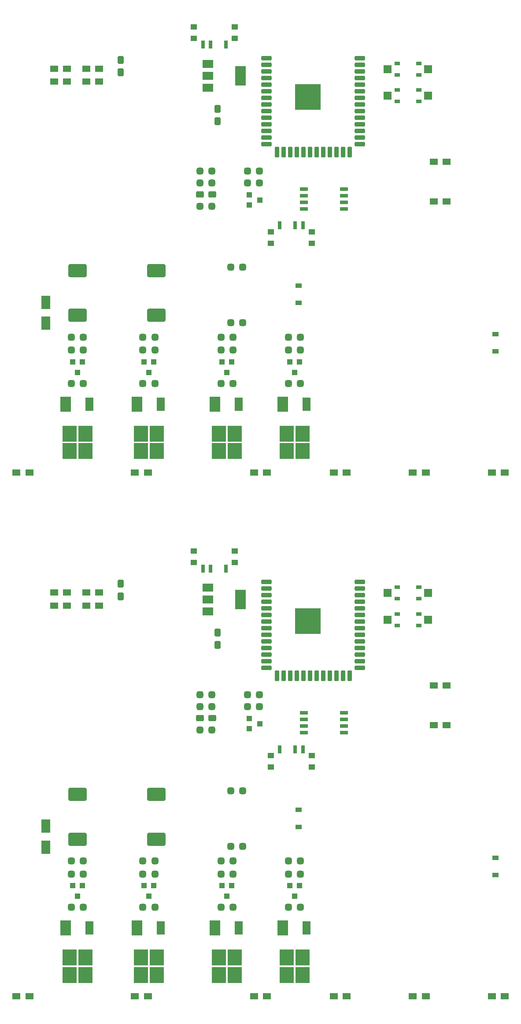
<source format=gbr>
%TF.GenerationSoftware,KiCad,Pcbnew,8.0.4*%
%TF.CreationDate,2024-11-04T15:16:16+09:00*%
%TF.ProjectId,L-CON V3.0,4c2d434f-4e20-4563-932e-302e6b696361,rev?*%
%TF.SameCoordinates,Original*%
%TF.FileFunction,Paste,Top*%
%TF.FilePolarity,Positive*%
%FSLAX46Y46*%
G04 Gerber Fmt 4.6, Leading zero omitted, Abs format (unit mm)*
G04 Created by KiCad (PCBNEW 8.0.4) date 2024-11-04 15:16:16*
%MOMM*%
%LPD*%
G01*
G04 APERTURE LIST*
G04 Aperture macros list*
%AMRoundRect*
0 Rectangle with rounded corners*
0 $1 Rounding radius*
0 $2 $3 $4 $5 $6 $7 $8 $9 X,Y pos of 4 corners*
0 Add a 4 corners polygon primitive as box body*
4,1,4,$2,$3,$4,$5,$6,$7,$8,$9,$2,$3,0*
0 Add four circle primitives for the rounded corners*
1,1,$1+$1,$2,$3*
1,1,$1+$1,$4,$5*
1,1,$1+$1,$6,$7*
1,1,$1+$1,$8,$9*
0 Add four rect primitives between the rounded corners*
20,1,$1+$1,$2,$3,$4,$5,0*
20,1,$1+$1,$4,$5,$6,$7,0*
20,1,$1+$1,$6,$7,$8,$9,0*
20,1,$1+$1,$8,$9,$2,$3,0*%
G04 Aperture macros list end*
%ADD10R,1.500000X1.250000*%
%ADD11RoundRect,0.325000X-0.325000X-0.325000X0.325000X-0.325000X0.325000X0.325000X-0.325000X0.325000X0*%
%ADD12R,1.000000X1.100000*%
%ADD13RoundRect,0.325000X0.325000X0.325000X-0.325000X0.325000X-0.325000X-0.325000X0.325000X-0.325000X0*%
%ADD14RoundRect,0.300000X-1.450000X-0.950000X1.450000X-0.950000X1.450000X0.950000X-1.450000X0.950000X0*%
%ADD15RoundRect,0.190000X0.610000X0.190000X-0.610000X0.190000X-0.610000X-0.190000X0.610000X-0.190000X0*%
%ADD16R,1.800000X2.500000*%
%ADD17R,5.000000X5.000000*%
%ADD18RoundRect,0.225000X-0.775000X-0.225000X0.775000X-0.225000X0.775000X0.225000X-0.775000X0.225000X0*%
%ADD19RoundRect,0.225000X0.225000X-0.775000X0.225000X0.775000X-0.225000X0.775000X-0.225000X-0.775000X0*%
%ADD20RoundRect,0.312500X-0.312500X0.437500X-0.312500X-0.437500X0.312500X-0.437500X0.312500X0.437500X0*%
%ADD21R,2.000000X3.000000*%
%ADD22R,1.500000X2.500000*%
%ADD23R,2.750000X3.050000*%
%ADD24RoundRect,0.312500X0.312500X-0.437500X0.312500X0.437500X-0.312500X0.437500X-0.312500X-0.437500X0*%
%ADD25R,2.000000X3.800000*%
%ADD26R,2.000000X1.500000*%
%ADD27R,1.200000X1.000000*%
%ADD28R,0.800000X1.600000*%
%ADD29R,1.100000X0.700000*%
%ADD30RoundRect,0.312500X-0.437500X-0.312500X0.437500X-0.312500X0.437500X0.312500X-0.437500X0.312500X0*%
%ADD31R,1.200000X0.900000*%
%ADD32R,1.500000X1.500000*%
%ADD33R,1.100000X1.000000*%
G04 APERTURE END LIST*
D10*
%TO.C,D22*%
X137925000Y-229350000D03*
X140425000Y-229350000D03*
%TD*%
%TO.C,D6*%
X77670000Y-151775000D03*
X75170000Y-151775000D03*
%TD*%
D11*
%TO.C,R24*%
X105255000Y-189910000D03*
X102955000Y-189910000D03*
%TD*%
D12*
%TO.C,Q8*%
X102202500Y-210080000D03*
X101252500Y-208080000D03*
X103152500Y-208080000D03*
%TD*%
D13*
%TO.C,R8*%
X72325000Y-203330000D03*
X74625000Y-203330000D03*
%TD*%
D11*
%TO.C,R14*%
X88352500Y-212250000D03*
X86052500Y-212250000D03*
%TD*%
D14*
%TO.C,MO3*%
X88615000Y-199145000D03*
X88615000Y-190555000D03*
X73485000Y-199145000D03*
X73515000Y-190575000D03*
%TD*%
D15*
%TO.C,SW7*%
X117029000Y-178673000D03*
X117029000Y-177403000D03*
X117029000Y-176133000D03*
X117029000Y-174863000D03*
X124729000Y-174863000D03*
X124729000Y-176133000D03*
X124729000Y-177403000D03*
X124729000Y-178673000D03*
%TD*%
D16*
%TO.C,D5*%
X67415000Y-196670000D03*
X67415000Y-200670000D03*
%TD*%
D10*
%TO.C,D2*%
X61725000Y-229350000D03*
X64225000Y-229350000D03*
%TD*%
D17*
%TO.C,U2*%
X117795000Y-157235000D03*
D18*
X127785000Y-149730000D03*
X127785000Y-151000000D03*
X127785000Y-152270000D03*
X127785000Y-153540000D03*
X127785000Y-154810000D03*
X127785000Y-156080000D03*
X127785000Y-157350000D03*
X127785000Y-158620000D03*
X127785000Y-159890000D03*
X127785000Y-161160000D03*
X127785000Y-162430000D03*
X127785000Y-163700000D03*
X127785000Y-164970000D03*
X127785000Y-166240000D03*
D19*
X125775000Y-167750000D03*
X124505000Y-167750000D03*
X123240000Y-167750000D03*
X121965000Y-167750000D03*
X120695000Y-167750000D03*
X119425000Y-167750000D03*
X118155000Y-167750000D03*
X116895000Y-167750000D03*
X115625000Y-167750000D03*
X114355000Y-167750000D03*
X113080000Y-167750000D03*
X111805000Y-167750000D03*
D18*
X109795000Y-166230000D03*
X109795000Y-164960000D03*
X109795000Y-163690000D03*
X109795000Y-162420000D03*
X109795000Y-161150000D03*
X109795000Y-159880000D03*
X109795000Y-158610000D03*
X109795000Y-157340000D03*
X109795000Y-156070000D03*
X109795000Y-154800000D03*
X109795000Y-153530000D03*
X109795000Y-152260000D03*
X109795000Y-150990000D03*
X109795000Y-149720000D03*
%TD*%
D11*
%TO.C,R21*%
X116370000Y-212250000D03*
X114070000Y-212250000D03*
%TD*%
D10*
%TO.C,D10*%
X107425000Y-229350000D03*
X109925000Y-229350000D03*
%TD*%
D13*
%TO.C,R16*%
X101052500Y-203330000D03*
X103352500Y-203330000D03*
%TD*%
D20*
%TO.C,C3*%
X81825000Y-152500000D03*
X81825000Y-150100000D03*
%TD*%
D13*
%TO.C,R7*%
X72325000Y-205830000D03*
X74625000Y-205830000D03*
%TD*%
D12*
%TO.C,Q3*%
X73475000Y-210080000D03*
X72525000Y-208080000D03*
X74425000Y-208080000D03*
%TD*%
D10*
%TO.C,D1*%
X77670000Y-154275000D03*
X75170000Y-154275000D03*
%TD*%
D21*
%TO.C,Q1*%
X71200000Y-216243000D03*
D22*
X75766000Y-216243000D03*
D23*
X71955000Y-225225000D03*
X75005000Y-225225000D03*
X71955000Y-221875000D03*
X75005000Y-221875000D03*
%TD*%
D24*
%TO.C,C12*%
X100435000Y-159450000D03*
X100435000Y-161850000D03*
%TD*%
D12*
%TO.C,Q5*%
X87202500Y-210080000D03*
X86252500Y-208080000D03*
X88152500Y-208080000D03*
%TD*%
D21*
%TO.C,Q6*%
X84927500Y-216243000D03*
D22*
X89493500Y-216243000D03*
D23*
X85682500Y-225225000D03*
X88732500Y-225225000D03*
X85682500Y-221875000D03*
X88732500Y-221875000D03*
%TD*%
D10*
%TO.C,D20*%
X71500000Y-154275000D03*
X69000000Y-154275000D03*
%TD*%
D13*
%TO.C,R9*%
X86052500Y-203330000D03*
X88352500Y-203330000D03*
%TD*%
D25*
%TO.C,U1*%
X104825000Y-153150000D03*
D26*
X98525000Y-155450000D03*
X98525000Y-153150000D03*
X98525000Y-150850000D03*
%TD*%
D13*
%TO.C,R33*%
X106155000Y-173690000D03*
X108455000Y-173690000D03*
%TD*%
D27*
%TO.C,SW1*%
X95885000Y-145970000D03*
X103685000Y-145970000D03*
X95885000Y-143770000D03*
X103685000Y-143770000D03*
D28*
X97585000Y-147170000D03*
X99035000Y-147170000D03*
X102035000Y-147170000D03*
%TD*%
D10*
%TO.C,D17*%
X153125000Y-229350000D03*
X155625000Y-229350000D03*
%TD*%
D11*
%TO.C,R5*%
X74625000Y-212250000D03*
X72325000Y-212250000D03*
%TD*%
D21*
%TO.C,Q12*%
X112945000Y-216243000D03*
D22*
X117511000Y-216243000D03*
D23*
X113700000Y-225225000D03*
X116750000Y-225225000D03*
X113700000Y-221875000D03*
X116750000Y-221875000D03*
%TD*%
D29*
%TO.C,SW5*%
X139125000Y-155890000D03*
X134925000Y-155890000D03*
X139125000Y-158090000D03*
X134925000Y-158090000D03*
%TD*%
D11*
%TO.C,R26*%
X105275000Y-200540000D03*
X102975000Y-200540000D03*
%TD*%
D13*
%TO.C,R27*%
X97055000Y-171440000D03*
X99355000Y-171440000D03*
%TD*%
D10*
%TO.C,D23*%
X144455000Y-177250000D03*
X141955000Y-177250000D03*
%TD*%
D13*
%TO.C,R18*%
X101052500Y-205830000D03*
X103352500Y-205830000D03*
%TD*%
%TO.C,R13*%
X86052500Y-205830000D03*
X88352500Y-205830000D03*
%TD*%
D10*
%TO.C,D11*%
X122725000Y-229350000D03*
X125225000Y-229350000D03*
%TD*%
D11*
%TO.C,R30*%
X99355000Y-173690000D03*
X97055000Y-173690000D03*
%TD*%
%TO.C,R20*%
X103352500Y-212250000D03*
X101052500Y-212250000D03*
%TD*%
D30*
%TO.C,C11*%
X99405000Y-175940000D03*
X97005000Y-175940000D03*
%TD*%
D13*
%TO.C,R19*%
X114070000Y-205830000D03*
X116370000Y-205830000D03*
%TD*%
D29*
%TO.C,SW2*%
X139125000Y-150740000D03*
X134925000Y-150740000D03*
X139125000Y-152940000D03*
X134925000Y-152940000D03*
%TD*%
D31*
%TO.C,D27*%
X115975000Y-196777500D03*
X115975000Y-193477500D03*
%TD*%
D12*
%TO.C,Q9*%
X115220000Y-210080000D03*
X114270000Y-208080000D03*
X116170000Y-208080000D03*
%TD*%
D10*
%TO.C,D8*%
X84525000Y-229350000D03*
X87025000Y-229350000D03*
%TD*%
%TO.C,D15*%
X144455000Y-169630000D03*
X141955000Y-169630000D03*
%TD*%
D11*
%TO.C,R32*%
X108455000Y-171440000D03*
X106155000Y-171440000D03*
%TD*%
D31*
%TO.C,D4*%
X153865000Y-202770000D03*
X153865000Y-206070000D03*
%TD*%
D21*
%TO.C,Q10*%
X99927500Y-216243000D03*
D22*
X104493500Y-216243000D03*
D23*
X100682500Y-225225000D03*
X103732500Y-225225000D03*
X100682500Y-221875000D03*
X103732500Y-221875000D03*
%TD*%
D13*
%TO.C,R17*%
X114070000Y-203330000D03*
X116370000Y-203330000D03*
%TD*%
%TO.C,R31*%
X97055000Y-178190000D03*
X99355000Y-178190000D03*
%TD*%
D32*
%TO.C,SW4*%
X140925000Y-156990000D03*
X133125000Y-156990000D03*
%TD*%
%TO.C,SW3*%
X140925000Y-151840000D03*
X133125000Y-151840000D03*
%TD*%
D10*
%TO.C,D21*%
X71500000Y-151775000D03*
X69000000Y-151775000D03*
%TD*%
D27*
%TO.C,SW6*%
X118500000Y-183075000D03*
X110700000Y-183075000D03*
X118500000Y-185275000D03*
X110700000Y-185275000D03*
D28*
X116800000Y-181875000D03*
X115350000Y-181875000D03*
X112350000Y-181875000D03*
%TD*%
D33*
%TO.C,Q16*%
X108525000Y-176975000D03*
X106525000Y-177925000D03*
X106525000Y-176025000D03*
%TD*%
D10*
%TO.C,D22*%
X137925000Y-128750000D03*
X140425000Y-128750000D03*
%TD*%
D27*
%TO.C,SW6*%
X118500000Y-82475000D03*
X110700000Y-82475000D03*
X118500000Y-84675000D03*
X110700000Y-84675000D03*
D28*
X116800000Y-81275000D03*
X115350000Y-81275000D03*
X112350000Y-81275000D03*
%TD*%
D33*
%TO.C,Q16*%
X108525000Y-76375000D03*
X106525000Y-77325000D03*
X106525000Y-75425000D03*
%TD*%
D13*
%TO.C,R31*%
X97055000Y-77590000D03*
X99355000Y-77590000D03*
%TD*%
D10*
%TO.C,D21*%
X71500000Y-51175000D03*
X69000000Y-51175000D03*
%TD*%
D32*
%TO.C,SW3*%
X140925000Y-51240000D03*
X133125000Y-51240000D03*
%TD*%
%TO.C,SW4*%
X140925000Y-56390000D03*
X133125000Y-56390000D03*
%TD*%
D29*
%TO.C,SW2*%
X139125000Y-50140000D03*
X134925000Y-50140000D03*
X139125000Y-52340000D03*
X134925000Y-52340000D03*
%TD*%
D13*
%TO.C,R13*%
X86052500Y-105230000D03*
X88352500Y-105230000D03*
%TD*%
%TO.C,R18*%
X101052500Y-105230000D03*
X103352500Y-105230000D03*
%TD*%
D10*
%TO.C,D11*%
X122725000Y-128750000D03*
X125225000Y-128750000D03*
%TD*%
D11*
%TO.C,R30*%
X99355000Y-73090000D03*
X97055000Y-73090000D03*
%TD*%
D30*
%TO.C,C11*%
X99405000Y-75340000D03*
X97005000Y-75340000D03*
%TD*%
D11*
%TO.C,R20*%
X103352500Y-111650000D03*
X101052500Y-111650000D03*
%TD*%
D13*
%TO.C,R19*%
X114070000Y-105230000D03*
X116370000Y-105230000D03*
%TD*%
%TO.C,R17*%
X114070000Y-102730000D03*
X116370000Y-102730000D03*
%TD*%
D21*
%TO.C,Q6*%
X84927500Y-115643000D03*
D22*
X89493500Y-115643000D03*
D23*
X85682500Y-124625000D03*
X88732500Y-124625000D03*
X85682500Y-121275000D03*
X88732500Y-121275000D03*
%TD*%
D12*
%TO.C,Q5*%
X87202500Y-109480000D03*
X86252500Y-107480000D03*
X88152500Y-107480000D03*
%TD*%
D13*
%TO.C,R33*%
X106155000Y-73090000D03*
X108455000Y-73090000D03*
%TD*%
D27*
%TO.C,SW1*%
X95885000Y-45370000D03*
X103685000Y-45370000D03*
X95885000Y-43170000D03*
X103685000Y-43170000D03*
D28*
X97585000Y-46570000D03*
X99035000Y-46570000D03*
X102035000Y-46570000D03*
%TD*%
D13*
%TO.C,R9*%
X86052500Y-102730000D03*
X88352500Y-102730000D03*
%TD*%
D25*
%TO.C,U1*%
X104825000Y-52550000D03*
D26*
X98525000Y-54850000D03*
X98525000Y-52550000D03*
X98525000Y-50250000D03*
%TD*%
D10*
%TO.C,D20*%
X71500000Y-53675000D03*
X69000000Y-53675000D03*
%TD*%
D13*
%TO.C,R27*%
X97055000Y-70840000D03*
X99355000Y-70840000D03*
%TD*%
D29*
%TO.C,SW5*%
X139125000Y-55290000D03*
X134925000Y-55290000D03*
X139125000Y-57490000D03*
X134925000Y-57490000D03*
%TD*%
D11*
%TO.C,R5*%
X74625000Y-111650000D03*
X72325000Y-111650000D03*
%TD*%
D21*
%TO.C,Q12*%
X112945000Y-115643000D03*
D22*
X117511000Y-115643000D03*
D23*
X113700000Y-124625000D03*
X116750000Y-124625000D03*
X113700000Y-121275000D03*
X116750000Y-121275000D03*
%TD*%
D10*
%TO.C,D23*%
X144455000Y-76650000D03*
X141955000Y-76650000D03*
%TD*%
D11*
%TO.C,R26*%
X105275000Y-99940000D03*
X102975000Y-99940000D03*
%TD*%
D10*
%TO.C,D1*%
X77670000Y-53675000D03*
X75170000Y-53675000D03*
%TD*%
D13*
%TO.C,R7*%
X72325000Y-105230000D03*
X74625000Y-105230000D03*
%TD*%
D10*
%TO.C,D10*%
X107425000Y-128750000D03*
X109925000Y-128750000D03*
%TD*%
D24*
%TO.C,C12*%
X100435000Y-58850000D03*
X100435000Y-61250000D03*
%TD*%
D12*
%TO.C,Q3*%
X73475000Y-109480000D03*
X72525000Y-107480000D03*
X74425000Y-107480000D03*
%TD*%
D20*
%TO.C,C3*%
X81825000Y-51900000D03*
X81825000Y-49500000D03*
%TD*%
D13*
%TO.C,R16*%
X101052500Y-102730000D03*
X103352500Y-102730000D03*
%TD*%
D21*
%TO.C,Q1*%
X71200000Y-115643000D03*
D22*
X75766000Y-115643000D03*
D23*
X71955000Y-124625000D03*
X75005000Y-124625000D03*
X71955000Y-121275000D03*
X75005000Y-121275000D03*
%TD*%
D11*
%TO.C,R21*%
X116370000Y-111650000D03*
X114070000Y-111650000D03*
%TD*%
D10*
%TO.C,D8*%
X84525000Y-128750000D03*
X87025000Y-128750000D03*
%TD*%
D21*
%TO.C,Q10*%
X99927500Y-115643000D03*
D22*
X104493500Y-115643000D03*
D23*
X100682500Y-124625000D03*
X103732500Y-124625000D03*
X100682500Y-121275000D03*
X103732500Y-121275000D03*
%TD*%
D12*
%TO.C,Q9*%
X115220000Y-109480000D03*
X114270000Y-107480000D03*
X116170000Y-107480000D03*
%TD*%
D11*
%TO.C,R32*%
X108455000Y-70840000D03*
X106155000Y-70840000D03*
%TD*%
D31*
%TO.C,D4*%
X153865000Y-102170000D03*
X153865000Y-105470000D03*
%TD*%
D10*
%TO.C,D15*%
X144455000Y-69030000D03*
X141955000Y-69030000D03*
%TD*%
D31*
%TO.C,D27*%
X115975000Y-96177500D03*
X115975000Y-92877500D03*
%TD*%
D15*
%TO.C,SW7*%
X117029000Y-78073000D03*
X117029000Y-76803000D03*
X117029000Y-75533000D03*
X117029000Y-74263000D03*
X124729000Y-74263000D03*
X124729000Y-75533000D03*
X124729000Y-76803000D03*
X124729000Y-78073000D03*
%TD*%
D14*
%TO.C,MO3*%
X88615000Y-98545000D03*
X88615000Y-89955000D03*
X73485000Y-98545000D03*
X73515000Y-89975000D03*
%TD*%
D16*
%TO.C,D5*%
X67415000Y-96070000D03*
X67415000Y-100070000D03*
%TD*%
D17*
%TO.C,U2*%
X117795000Y-56635000D03*
D18*
X127785000Y-49130000D03*
X127785000Y-50400000D03*
X127785000Y-51670000D03*
X127785000Y-52940000D03*
X127785000Y-54210000D03*
X127785000Y-55480000D03*
X127785000Y-56750000D03*
X127785000Y-58020000D03*
X127785000Y-59290000D03*
X127785000Y-60560000D03*
X127785000Y-61830000D03*
X127785000Y-63100000D03*
X127785000Y-64370000D03*
X127785000Y-65640000D03*
D19*
X125775000Y-67150000D03*
X124505000Y-67150000D03*
X123240000Y-67150000D03*
X121965000Y-67150000D03*
X120695000Y-67150000D03*
X119425000Y-67150000D03*
X118155000Y-67150000D03*
X116895000Y-67150000D03*
X115625000Y-67150000D03*
X114355000Y-67150000D03*
X113080000Y-67150000D03*
X111805000Y-67150000D03*
D18*
X109795000Y-65630000D03*
X109795000Y-64360000D03*
X109795000Y-63090000D03*
X109795000Y-61820000D03*
X109795000Y-60550000D03*
X109795000Y-59280000D03*
X109795000Y-58010000D03*
X109795000Y-56740000D03*
X109795000Y-55470000D03*
X109795000Y-54200000D03*
X109795000Y-52930000D03*
X109795000Y-51660000D03*
X109795000Y-50390000D03*
X109795000Y-49120000D03*
%TD*%
D10*
%TO.C,D2*%
X61725000Y-128750000D03*
X64225000Y-128750000D03*
%TD*%
D11*
%TO.C,R24*%
X105255000Y-89310000D03*
X102955000Y-89310000D03*
%TD*%
%TO.C,R14*%
X88352500Y-111650000D03*
X86052500Y-111650000D03*
%TD*%
D12*
%TO.C,Q8*%
X102202500Y-109480000D03*
X101252500Y-107480000D03*
X103152500Y-107480000D03*
%TD*%
D13*
%TO.C,R8*%
X72325000Y-102730000D03*
X74625000Y-102730000D03*
%TD*%
D10*
%TO.C,D6*%
X77670000Y-51175000D03*
X75170000Y-51175000D03*
%TD*%
%TO.C,D17*%
X153125000Y-128750000D03*
X155625000Y-128750000D03*
%TD*%
M02*

</source>
